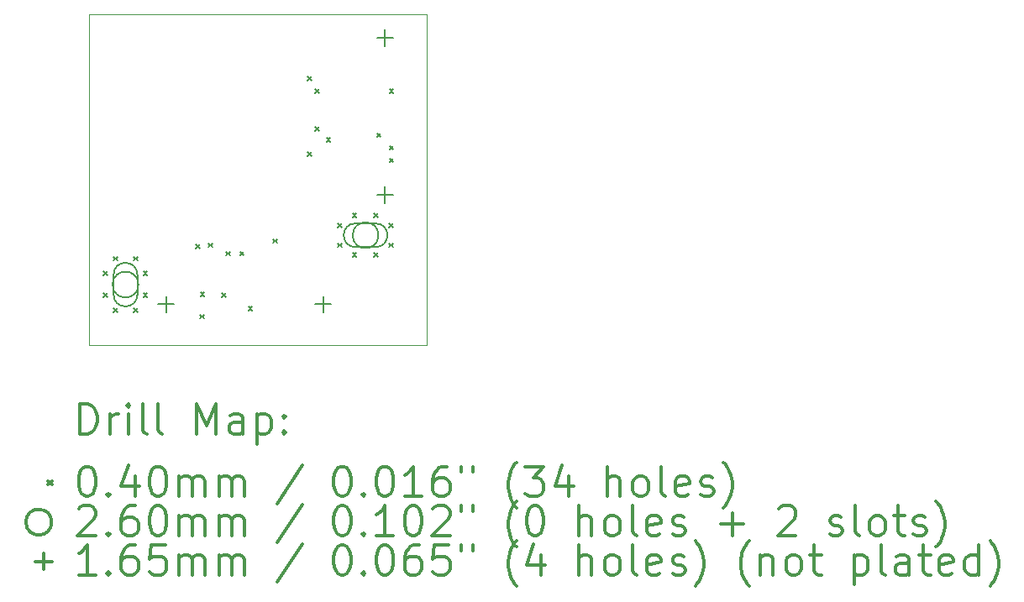
<source format=gbr>
%FSLAX45Y45*%
G04 Gerber Fmt 4.5, Leading zero omitted, Abs format (unit mm)*
G04 Created by KiCad (PCBNEW 5.1.5) date 2020-03-22 18:40:48*
%MOMM*%
%LPD*%
G04 APERTURE LIST*
%TA.AperFunction,Profile*%
%ADD10C,0.050000*%
%TD*%
%ADD11C,0.200000*%
%ADD12C,0.300000*%
G04 APERTURE END LIST*
D10*
X7400000Y-11800000D02*
X7400000Y-15135000D01*
X4000000Y-11800000D02*
X7400000Y-11800000D01*
X4000000Y-11800000D02*
X4000000Y-15135000D01*
X4000000Y-15135000D02*
X7400000Y-15135000D01*
D11*
X5077526Y-14117894D02*
X5117526Y-14157894D01*
X5117526Y-14117894D02*
X5077526Y-14157894D01*
X5116642Y-14827062D02*
X5156642Y-14867062D01*
X5156642Y-14827062D02*
X5116642Y-14867062D01*
X5123753Y-14604467D02*
X5163753Y-14644467D01*
X5163753Y-14604467D02*
X5123753Y-14644467D01*
X5202325Y-14106443D02*
X5242325Y-14146443D01*
X5242325Y-14106443D02*
X5202325Y-14146443D01*
X5337622Y-14612432D02*
X5377622Y-14652432D01*
X5377622Y-14612432D02*
X5337622Y-14652432D01*
X5383273Y-14192062D02*
X5423273Y-14232062D01*
X5423273Y-14192062D02*
X5383273Y-14232062D01*
X5521233Y-14192062D02*
X5561233Y-14232062D01*
X5561233Y-14192062D02*
X5521233Y-14232062D01*
X5605592Y-14748322D02*
X5645592Y-14788322D01*
X5645592Y-14748322D02*
X5605592Y-14788322D01*
X5853242Y-14065062D02*
X5893242Y-14105062D01*
X5893242Y-14065062D02*
X5853242Y-14105062D01*
X6203000Y-12426000D02*
X6243000Y-12466000D01*
X6243000Y-12426000D02*
X6203000Y-12466000D01*
X6203000Y-13188000D02*
X6243000Y-13228000D01*
X6243000Y-13188000D02*
X6203000Y-13228000D01*
X6280500Y-12553000D02*
X6320500Y-12593000D01*
X6320500Y-12553000D02*
X6280500Y-12593000D01*
X6280500Y-12934000D02*
X6320500Y-12974000D01*
X6320500Y-12934000D02*
X6280500Y-12974000D01*
X6393499Y-13046999D02*
X6433499Y-13086999D01*
X6433499Y-13046999D02*
X6393499Y-13086999D01*
X6901500Y-12997500D02*
X6941500Y-13037500D01*
X6941500Y-12997500D02*
X6901500Y-13037500D01*
X7028500Y-12553000D02*
X7068500Y-12593000D01*
X7068500Y-12553000D02*
X7028500Y-12593000D01*
X7028500Y-13124500D02*
X7068500Y-13164500D01*
X7068500Y-13124500D02*
X7028500Y-13164500D01*
X7028500Y-13251500D02*
X7068500Y-13291500D01*
X7068500Y-13251500D02*
X7028500Y-13291500D01*
X4147782Y-14392062D02*
X4187782Y-14432062D01*
X4187782Y-14392062D02*
X4147782Y-14432062D01*
X4147782Y-14612062D02*
X4187782Y-14652062D01*
X4187782Y-14612062D02*
X4147782Y-14652062D01*
X4247782Y-14242062D02*
X4287782Y-14282062D01*
X4287782Y-14242062D02*
X4247782Y-14282062D01*
X4247782Y-14762062D02*
X4287782Y-14802062D01*
X4287782Y-14762062D02*
X4247782Y-14802062D01*
X4447782Y-14242062D02*
X4487782Y-14282062D01*
X4487782Y-14242062D02*
X4447782Y-14282062D01*
X4447782Y-14762062D02*
X4487782Y-14802062D01*
X4487782Y-14762062D02*
X4447782Y-14802062D01*
X4547782Y-14392062D02*
X4587782Y-14432062D01*
X4587782Y-14392062D02*
X4547782Y-14432062D01*
X4547782Y-14612062D02*
X4587782Y-14652062D01*
X4587782Y-14612062D02*
X4547782Y-14652062D01*
X6505000Y-13907000D02*
X6545000Y-13947000D01*
X6545000Y-13907000D02*
X6505000Y-13947000D01*
X6505000Y-14107000D02*
X6545000Y-14147000D01*
X6545000Y-14107000D02*
X6505000Y-14147000D01*
X6655000Y-13807000D02*
X6695000Y-13847000D01*
X6695000Y-13807000D02*
X6655000Y-13847000D01*
X6655000Y-14207000D02*
X6695000Y-14247000D01*
X6695000Y-14207000D02*
X6655000Y-14247000D01*
X6875000Y-13807000D02*
X6915000Y-13847000D01*
X6915000Y-13807000D02*
X6875000Y-13847000D01*
X6875000Y-14207000D02*
X6915000Y-14247000D01*
X6915000Y-14207000D02*
X6875000Y-14247000D01*
X7025000Y-13907000D02*
X7065000Y-13947000D01*
X7065000Y-13907000D02*
X7025000Y-13947000D01*
X7025000Y-14107000D02*
X7065000Y-14147000D01*
X7065000Y-14107000D02*
X7025000Y-14147000D01*
X4497782Y-14524602D02*
G75*
G03X4497782Y-14524602I-130000J0D01*
G01*
X4247782Y-14424602D02*
X4247782Y-14624602D01*
X4487782Y-14424602D02*
X4487782Y-14624602D01*
X4247782Y-14624602D02*
G75*
G03X4487782Y-14624602I120000J0D01*
G01*
X4487782Y-14424602D02*
G75*
G03X4247782Y-14424602I-120000J0D01*
G01*
X6917540Y-14027000D02*
G75*
G03X6917540Y-14027000I-130000J0D01*
G01*
X6687540Y-14147000D02*
X6887540Y-14147000D01*
X6687540Y-13907000D02*
X6887540Y-13907000D01*
X6887540Y-14147000D02*
G75*
G03X6887540Y-13907000I0J120000D01*
G01*
X6687540Y-13907000D02*
G75*
G03X6687540Y-14147000I0J-120000D01*
G01*
X6985000Y-11952000D02*
X6985000Y-12117000D01*
X6902500Y-12034500D02*
X7067500Y-12034500D01*
X6985000Y-13537000D02*
X6985000Y-13702000D01*
X6902500Y-13619500D02*
X7067500Y-13619500D01*
X4775282Y-14639562D02*
X4775282Y-14804562D01*
X4692782Y-14722062D02*
X4857782Y-14722062D01*
X6360282Y-14639562D02*
X6360282Y-14804562D01*
X6277782Y-14722062D02*
X6442782Y-14722062D01*
D12*
X3910436Y-16029374D02*
X3910436Y-15729374D01*
X3981865Y-15729374D01*
X4024722Y-15743660D01*
X4053294Y-15772231D01*
X4067579Y-15800803D01*
X4081865Y-15857946D01*
X4081865Y-15900803D01*
X4067579Y-15957946D01*
X4053294Y-15986517D01*
X4024722Y-16015088D01*
X3981865Y-16029374D01*
X3910436Y-16029374D01*
X4210437Y-16029374D02*
X4210437Y-15829374D01*
X4210437Y-15886517D02*
X4224722Y-15857946D01*
X4239008Y-15843660D01*
X4267579Y-15829374D01*
X4296151Y-15829374D01*
X4396151Y-16029374D02*
X4396151Y-15829374D01*
X4396151Y-15729374D02*
X4381865Y-15743660D01*
X4396151Y-15757946D01*
X4410437Y-15743660D01*
X4396151Y-15729374D01*
X4396151Y-15757946D01*
X4581865Y-16029374D02*
X4553294Y-16015088D01*
X4539008Y-15986517D01*
X4539008Y-15729374D01*
X4739008Y-16029374D02*
X4710437Y-16015088D01*
X4696151Y-15986517D01*
X4696151Y-15729374D01*
X5081865Y-16029374D02*
X5081865Y-15729374D01*
X5181865Y-15943660D01*
X5281865Y-15729374D01*
X5281865Y-16029374D01*
X5553294Y-16029374D02*
X5553294Y-15872231D01*
X5539008Y-15843660D01*
X5510437Y-15829374D01*
X5453294Y-15829374D01*
X5424722Y-15843660D01*
X5553294Y-16015088D02*
X5524722Y-16029374D01*
X5453294Y-16029374D01*
X5424722Y-16015088D01*
X5410437Y-15986517D01*
X5410437Y-15957946D01*
X5424722Y-15929374D01*
X5453294Y-15915088D01*
X5524722Y-15915088D01*
X5553294Y-15900803D01*
X5696151Y-15829374D02*
X5696151Y-16129374D01*
X5696151Y-15843660D02*
X5724722Y-15829374D01*
X5781865Y-15829374D01*
X5810436Y-15843660D01*
X5824722Y-15857946D01*
X5839008Y-15886517D01*
X5839008Y-15972231D01*
X5824722Y-16000803D01*
X5810436Y-16015088D01*
X5781865Y-16029374D01*
X5724722Y-16029374D01*
X5696151Y-16015088D01*
X5967579Y-16000803D02*
X5981865Y-16015088D01*
X5967579Y-16029374D01*
X5953294Y-16015088D01*
X5967579Y-16000803D01*
X5967579Y-16029374D01*
X5967579Y-15843660D02*
X5981865Y-15857946D01*
X5967579Y-15872231D01*
X5953294Y-15857946D01*
X5967579Y-15843660D01*
X5967579Y-15872231D01*
X3584008Y-16503660D02*
X3624008Y-16543660D01*
X3624008Y-16503660D02*
X3584008Y-16543660D01*
X3967579Y-16359374D02*
X3996151Y-16359374D01*
X4024722Y-16373660D01*
X4039008Y-16387946D01*
X4053294Y-16416517D01*
X4067579Y-16473660D01*
X4067579Y-16545088D01*
X4053294Y-16602231D01*
X4039008Y-16630803D01*
X4024722Y-16645088D01*
X3996151Y-16659374D01*
X3967579Y-16659374D01*
X3939008Y-16645088D01*
X3924722Y-16630803D01*
X3910436Y-16602231D01*
X3896151Y-16545088D01*
X3896151Y-16473660D01*
X3910436Y-16416517D01*
X3924722Y-16387946D01*
X3939008Y-16373660D01*
X3967579Y-16359374D01*
X4196151Y-16630803D02*
X4210437Y-16645088D01*
X4196151Y-16659374D01*
X4181865Y-16645088D01*
X4196151Y-16630803D01*
X4196151Y-16659374D01*
X4467579Y-16459374D02*
X4467579Y-16659374D01*
X4396151Y-16345088D02*
X4324722Y-16559374D01*
X4510437Y-16559374D01*
X4681865Y-16359374D02*
X4710437Y-16359374D01*
X4739008Y-16373660D01*
X4753294Y-16387946D01*
X4767579Y-16416517D01*
X4781865Y-16473660D01*
X4781865Y-16545088D01*
X4767579Y-16602231D01*
X4753294Y-16630803D01*
X4739008Y-16645088D01*
X4710437Y-16659374D01*
X4681865Y-16659374D01*
X4653294Y-16645088D01*
X4639008Y-16630803D01*
X4624722Y-16602231D01*
X4610437Y-16545088D01*
X4610437Y-16473660D01*
X4624722Y-16416517D01*
X4639008Y-16387946D01*
X4653294Y-16373660D01*
X4681865Y-16359374D01*
X4910437Y-16659374D02*
X4910437Y-16459374D01*
X4910437Y-16487946D02*
X4924722Y-16473660D01*
X4953294Y-16459374D01*
X4996151Y-16459374D01*
X5024722Y-16473660D01*
X5039008Y-16502231D01*
X5039008Y-16659374D01*
X5039008Y-16502231D02*
X5053294Y-16473660D01*
X5081865Y-16459374D01*
X5124722Y-16459374D01*
X5153294Y-16473660D01*
X5167579Y-16502231D01*
X5167579Y-16659374D01*
X5310437Y-16659374D02*
X5310437Y-16459374D01*
X5310437Y-16487946D02*
X5324722Y-16473660D01*
X5353294Y-16459374D01*
X5396151Y-16459374D01*
X5424722Y-16473660D01*
X5439008Y-16502231D01*
X5439008Y-16659374D01*
X5439008Y-16502231D02*
X5453294Y-16473660D01*
X5481865Y-16459374D01*
X5524722Y-16459374D01*
X5553294Y-16473660D01*
X5567579Y-16502231D01*
X5567579Y-16659374D01*
X6153294Y-16345088D02*
X5896151Y-16730803D01*
X6539008Y-16359374D02*
X6567579Y-16359374D01*
X6596151Y-16373660D01*
X6610436Y-16387946D01*
X6624722Y-16416517D01*
X6639008Y-16473660D01*
X6639008Y-16545088D01*
X6624722Y-16602231D01*
X6610436Y-16630803D01*
X6596151Y-16645088D01*
X6567579Y-16659374D01*
X6539008Y-16659374D01*
X6510436Y-16645088D01*
X6496151Y-16630803D01*
X6481865Y-16602231D01*
X6467579Y-16545088D01*
X6467579Y-16473660D01*
X6481865Y-16416517D01*
X6496151Y-16387946D01*
X6510436Y-16373660D01*
X6539008Y-16359374D01*
X6767579Y-16630803D02*
X6781865Y-16645088D01*
X6767579Y-16659374D01*
X6753294Y-16645088D01*
X6767579Y-16630803D01*
X6767579Y-16659374D01*
X6967579Y-16359374D02*
X6996151Y-16359374D01*
X7024722Y-16373660D01*
X7039008Y-16387946D01*
X7053294Y-16416517D01*
X7067579Y-16473660D01*
X7067579Y-16545088D01*
X7053294Y-16602231D01*
X7039008Y-16630803D01*
X7024722Y-16645088D01*
X6996151Y-16659374D01*
X6967579Y-16659374D01*
X6939008Y-16645088D01*
X6924722Y-16630803D01*
X6910436Y-16602231D01*
X6896151Y-16545088D01*
X6896151Y-16473660D01*
X6910436Y-16416517D01*
X6924722Y-16387946D01*
X6939008Y-16373660D01*
X6967579Y-16359374D01*
X7353294Y-16659374D02*
X7181865Y-16659374D01*
X7267579Y-16659374D02*
X7267579Y-16359374D01*
X7239008Y-16402231D01*
X7210436Y-16430803D01*
X7181865Y-16445088D01*
X7610436Y-16359374D02*
X7553294Y-16359374D01*
X7524722Y-16373660D01*
X7510436Y-16387946D01*
X7481865Y-16430803D01*
X7467579Y-16487946D01*
X7467579Y-16602231D01*
X7481865Y-16630803D01*
X7496151Y-16645088D01*
X7524722Y-16659374D01*
X7581865Y-16659374D01*
X7610436Y-16645088D01*
X7624722Y-16630803D01*
X7639008Y-16602231D01*
X7639008Y-16530803D01*
X7624722Y-16502231D01*
X7610436Y-16487946D01*
X7581865Y-16473660D01*
X7524722Y-16473660D01*
X7496151Y-16487946D01*
X7481865Y-16502231D01*
X7467579Y-16530803D01*
X7753294Y-16359374D02*
X7753294Y-16416517D01*
X7867579Y-16359374D02*
X7867579Y-16416517D01*
X8310436Y-16773660D02*
X8296151Y-16759374D01*
X8267579Y-16716517D01*
X8253294Y-16687946D01*
X8239008Y-16645088D01*
X8224722Y-16573660D01*
X8224722Y-16516517D01*
X8239008Y-16445088D01*
X8253294Y-16402231D01*
X8267579Y-16373660D01*
X8296151Y-16330803D01*
X8310436Y-16316517D01*
X8396151Y-16359374D02*
X8581865Y-16359374D01*
X8481865Y-16473660D01*
X8524722Y-16473660D01*
X8553294Y-16487946D01*
X8567579Y-16502231D01*
X8581865Y-16530803D01*
X8581865Y-16602231D01*
X8567579Y-16630803D01*
X8553294Y-16645088D01*
X8524722Y-16659374D01*
X8439008Y-16659374D01*
X8410437Y-16645088D01*
X8396151Y-16630803D01*
X8839008Y-16459374D02*
X8839008Y-16659374D01*
X8767579Y-16345088D02*
X8696151Y-16559374D01*
X8881865Y-16559374D01*
X9224722Y-16659374D02*
X9224722Y-16359374D01*
X9353294Y-16659374D02*
X9353294Y-16502231D01*
X9339008Y-16473660D01*
X9310437Y-16459374D01*
X9267579Y-16459374D01*
X9239008Y-16473660D01*
X9224722Y-16487946D01*
X9539008Y-16659374D02*
X9510437Y-16645088D01*
X9496151Y-16630803D01*
X9481865Y-16602231D01*
X9481865Y-16516517D01*
X9496151Y-16487946D01*
X9510437Y-16473660D01*
X9539008Y-16459374D01*
X9581865Y-16459374D01*
X9610437Y-16473660D01*
X9624722Y-16487946D01*
X9639008Y-16516517D01*
X9639008Y-16602231D01*
X9624722Y-16630803D01*
X9610437Y-16645088D01*
X9581865Y-16659374D01*
X9539008Y-16659374D01*
X9810437Y-16659374D02*
X9781865Y-16645088D01*
X9767579Y-16616517D01*
X9767579Y-16359374D01*
X10039008Y-16645088D02*
X10010437Y-16659374D01*
X9953294Y-16659374D01*
X9924722Y-16645088D01*
X9910437Y-16616517D01*
X9910437Y-16502231D01*
X9924722Y-16473660D01*
X9953294Y-16459374D01*
X10010437Y-16459374D01*
X10039008Y-16473660D01*
X10053294Y-16502231D01*
X10053294Y-16530803D01*
X9910437Y-16559374D01*
X10167579Y-16645088D02*
X10196151Y-16659374D01*
X10253294Y-16659374D01*
X10281865Y-16645088D01*
X10296151Y-16616517D01*
X10296151Y-16602231D01*
X10281865Y-16573660D01*
X10253294Y-16559374D01*
X10210437Y-16559374D01*
X10181865Y-16545088D01*
X10167579Y-16516517D01*
X10167579Y-16502231D01*
X10181865Y-16473660D01*
X10210437Y-16459374D01*
X10253294Y-16459374D01*
X10281865Y-16473660D01*
X10396151Y-16773660D02*
X10410437Y-16759374D01*
X10439008Y-16716517D01*
X10453294Y-16687946D01*
X10467579Y-16645088D01*
X10481865Y-16573660D01*
X10481865Y-16516517D01*
X10467579Y-16445088D01*
X10453294Y-16402231D01*
X10439008Y-16373660D01*
X10410437Y-16330803D01*
X10396151Y-16316517D01*
X3624008Y-16919660D02*
G75*
G03X3624008Y-16919660I-130000J0D01*
G01*
X3896151Y-16783946D02*
X3910436Y-16769660D01*
X3939008Y-16755374D01*
X4010436Y-16755374D01*
X4039008Y-16769660D01*
X4053294Y-16783946D01*
X4067579Y-16812517D01*
X4067579Y-16841089D01*
X4053294Y-16883946D01*
X3881865Y-17055374D01*
X4067579Y-17055374D01*
X4196151Y-17026803D02*
X4210437Y-17041089D01*
X4196151Y-17055374D01*
X4181865Y-17041089D01*
X4196151Y-17026803D01*
X4196151Y-17055374D01*
X4467579Y-16755374D02*
X4410437Y-16755374D01*
X4381865Y-16769660D01*
X4367579Y-16783946D01*
X4339008Y-16826803D01*
X4324722Y-16883946D01*
X4324722Y-16998231D01*
X4339008Y-17026803D01*
X4353294Y-17041089D01*
X4381865Y-17055374D01*
X4439008Y-17055374D01*
X4467579Y-17041089D01*
X4481865Y-17026803D01*
X4496151Y-16998231D01*
X4496151Y-16926803D01*
X4481865Y-16898231D01*
X4467579Y-16883946D01*
X4439008Y-16869660D01*
X4381865Y-16869660D01*
X4353294Y-16883946D01*
X4339008Y-16898231D01*
X4324722Y-16926803D01*
X4681865Y-16755374D02*
X4710437Y-16755374D01*
X4739008Y-16769660D01*
X4753294Y-16783946D01*
X4767579Y-16812517D01*
X4781865Y-16869660D01*
X4781865Y-16941089D01*
X4767579Y-16998231D01*
X4753294Y-17026803D01*
X4739008Y-17041089D01*
X4710437Y-17055374D01*
X4681865Y-17055374D01*
X4653294Y-17041089D01*
X4639008Y-17026803D01*
X4624722Y-16998231D01*
X4610437Y-16941089D01*
X4610437Y-16869660D01*
X4624722Y-16812517D01*
X4639008Y-16783946D01*
X4653294Y-16769660D01*
X4681865Y-16755374D01*
X4910437Y-17055374D02*
X4910437Y-16855374D01*
X4910437Y-16883946D02*
X4924722Y-16869660D01*
X4953294Y-16855374D01*
X4996151Y-16855374D01*
X5024722Y-16869660D01*
X5039008Y-16898231D01*
X5039008Y-17055374D01*
X5039008Y-16898231D02*
X5053294Y-16869660D01*
X5081865Y-16855374D01*
X5124722Y-16855374D01*
X5153294Y-16869660D01*
X5167579Y-16898231D01*
X5167579Y-17055374D01*
X5310437Y-17055374D02*
X5310437Y-16855374D01*
X5310437Y-16883946D02*
X5324722Y-16869660D01*
X5353294Y-16855374D01*
X5396151Y-16855374D01*
X5424722Y-16869660D01*
X5439008Y-16898231D01*
X5439008Y-17055374D01*
X5439008Y-16898231D02*
X5453294Y-16869660D01*
X5481865Y-16855374D01*
X5524722Y-16855374D01*
X5553294Y-16869660D01*
X5567579Y-16898231D01*
X5567579Y-17055374D01*
X6153294Y-16741088D02*
X5896151Y-17126803D01*
X6539008Y-16755374D02*
X6567579Y-16755374D01*
X6596151Y-16769660D01*
X6610436Y-16783946D01*
X6624722Y-16812517D01*
X6639008Y-16869660D01*
X6639008Y-16941089D01*
X6624722Y-16998231D01*
X6610436Y-17026803D01*
X6596151Y-17041089D01*
X6567579Y-17055374D01*
X6539008Y-17055374D01*
X6510436Y-17041089D01*
X6496151Y-17026803D01*
X6481865Y-16998231D01*
X6467579Y-16941089D01*
X6467579Y-16869660D01*
X6481865Y-16812517D01*
X6496151Y-16783946D01*
X6510436Y-16769660D01*
X6539008Y-16755374D01*
X6767579Y-17026803D02*
X6781865Y-17041089D01*
X6767579Y-17055374D01*
X6753294Y-17041089D01*
X6767579Y-17026803D01*
X6767579Y-17055374D01*
X7067579Y-17055374D02*
X6896151Y-17055374D01*
X6981865Y-17055374D02*
X6981865Y-16755374D01*
X6953294Y-16798231D01*
X6924722Y-16826803D01*
X6896151Y-16841089D01*
X7253294Y-16755374D02*
X7281865Y-16755374D01*
X7310436Y-16769660D01*
X7324722Y-16783946D01*
X7339008Y-16812517D01*
X7353294Y-16869660D01*
X7353294Y-16941089D01*
X7339008Y-16998231D01*
X7324722Y-17026803D01*
X7310436Y-17041089D01*
X7281865Y-17055374D01*
X7253294Y-17055374D01*
X7224722Y-17041089D01*
X7210436Y-17026803D01*
X7196151Y-16998231D01*
X7181865Y-16941089D01*
X7181865Y-16869660D01*
X7196151Y-16812517D01*
X7210436Y-16783946D01*
X7224722Y-16769660D01*
X7253294Y-16755374D01*
X7467579Y-16783946D02*
X7481865Y-16769660D01*
X7510436Y-16755374D01*
X7581865Y-16755374D01*
X7610436Y-16769660D01*
X7624722Y-16783946D01*
X7639008Y-16812517D01*
X7639008Y-16841089D01*
X7624722Y-16883946D01*
X7453294Y-17055374D01*
X7639008Y-17055374D01*
X7753294Y-16755374D02*
X7753294Y-16812517D01*
X7867579Y-16755374D02*
X7867579Y-16812517D01*
X8310436Y-17169660D02*
X8296151Y-17155374D01*
X8267579Y-17112517D01*
X8253294Y-17083946D01*
X8239008Y-17041089D01*
X8224722Y-16969660D01*
X8224722Y-16912517D01*
X8239008Y-16841089D01*
X8253294Y-16798231D01*
X8267579Y-16769660D01*
X8296151Y-16726803D01*
X8310436Y-16712517D01*
X8481865Y-16755374D02*
X8510437Y-16755374D01*
X8539008Y-16769660D01*
X8553294Y-16783946D01*
X8567579Y-16812517D01*
X8581865Y-16869660D01*
X8581865Y-16941089D01*
X8567579Y-16998231D01*
X8553294Y-17026803D01*
X8539008Y-17041089D01*
X8510437Y-17055374D01*
X8481865Y-17055374D01*
X8453294Y-17041089D01*
X8439008Y-17026803D01*
X8424722Y-16998231D01*
X8410437Y-16941089D01*
X8410437Y-16869660D01*
X8424722Y-16812517D01*
X8439008Y-16783946D01*
X8453294Y-16769660D01*
X8481865Y-16755374D01*
X8939008Y-17055374D02*
X8939008Y-16755374D01*
X9067579Y-17055374D02*
X9067579Y-16898231D01*
X9053294Y-16869660D01*
X9024722Y-16855374D01*
X8981865Y-16855374D01*
X8953294Y-16869660D01*
X8939008Y-16883946D01*
X9253294Y-17055374D02*
X9224722Y-17041089D01*
X9210437Y-17026803D01*
X9196151Y-16998231D01*
X9196151Y-16912517D01*
X9210437Y-16883946D01*
X9224722Y-16869660D01*
X9253294Y-16855374D01*
X9296151Y-16855374D01*
X9324722Y-16869660D01*
X9339008Y-16883946D01*
X9353294Y-16912517D01*
X9353294Y-16998231D01*
X9339008Y-17026803D01*
X9324722Y-17041089D01*
X9296151Y-17055374D01*
X9253294Y-17055374D01*
X9524722Y-17055374D02*
X9496151Y-17041089D01*
X9481865Y-17012517D01*
X9481865Y-16755374D01*
X9753294Y-17041089D02*
X9724722Y-17055374D01*
X9667579Y-17055374D01*
X9639008Y-17041089D01*
X9624722Y-17012517D01*
X9624722Y-16898231D01*
X9639008Y-16869660D01*
X9667579Y-16855374D01*
X9724722Y-16855374D01*
X9753294Y-16869660D01*
X9767579Y-16898231D01*
X9767579Y-16926803D01*
X9624722Y-16955374D01*
X9881865Y-17041089D02*
X9910437Y-17055374D01*
X9967579Y-17055374D01*
X9996151Y-17041089D01*
X10010437Y-17012517D01*
X10010437Y-16998231D01*
X9996151Y-16969660D01*
X9967579Y-16955374D01*
X9924722Y-16955374D01*
X9896151Y-16941089D01*
X9881865Y-16912517D01*
X9881865Y-16898231D01*
X9896151Y-16869660D01*
X9924722Y-16855374D01*
X9967579Y-16855374D01*
X9996151Y-16869660D01*
X10367579Y-16941089D02*
X10596151Y-16941089D01*
X10481865Y-17055374D02*
X10481865Y-16826803D01*
X10953294Y-16783946D02*
X10967579Y-16769660D01*
X10996151Y-16755374D01*
X11067579Y-16755374D01*
X11096151Y-16769660D01*
X11110437Y-16783946D01*
X11124722Y-16812517D01*
X11124722Y-16841089D01*
X11110437Y-16883946D01*
X10939008Y-17055374D01*
X11124722Y-17055374D01*
X11467579Y-17041089D02*
X11496151Y-17055374D01*
X11553294Y-17055374D01*
X11581865Y-17041089D01*
X11596151Y-17012517D01*
X11596151Y-16998231D01*
X11581865Y-16969660D01*
X11553294Y-16955374D01*
X11510436Y-16955374D01*
X11481865Y-16941089D01*
X11467579Y-16912517D01*
X11467579Y-16898231D01*
X11481865Y-16869660D01*
X11510436Y-16855374D01*
X11553294Y-16855374D01*
X11581865Y-16869660D01*
X11767579Y-17055374D02*
X11739008Y-17041089D01*
X11724722Y-17012517D01*
X11724722Y-16755374D01*
X11924722Y-17055374D02*
X11896151Y-17041089D01*
X11881865Y-17026803D01*
X11867579Y-16998231D01*
X11867579Y-16912517D01*
X11881865Y-16883946D01*
X11896151Y-16869660D01*
X11924722Y-16855374D01*
X11967579Y-16855374D01*
X11996151Y-16869660D01*
X12010436Y-16883946D01*
X12024722Y-16912517D01*
X12024722Y-16998231D01*
X12010436Y-17026803D01*
X11996151Y-17041089D01*
X11967579Y-17055374D01*
X11924722Y-17055374D01*
X12110436Y-16855374D02*
X12224722Y-16855374D01*
X12153294Y-16755374D02*
X12153294Y-17012517D01*
X12167579Y-17041089D01*
X12196151Y-17055374D01*
X12224722Y-17055374D01*
X12310436Y-17041089D02*
X12339008Y-17055374D01*
X12396151Y-17055374D01*
X12424722Y-17041089D01*
X12439008Y-17012517D01*
X12439008Y-16998231D01*
X12424722Y-16969660D01*
X12396151Y-16955374D01*
X12353294Y-16955374D01*
X12324722Y-16941089D01*
X12310436Y-16912517D01*
X12310436Y-16898231D01*
X12324722Y-16869660D01*
X12353294Y-16855374D01*
X12396151Y-16855374D01*
X12424722Y-16869660D01*
X12539008Y-17169660D02*
X12553294Y-17155374D01*
X12581865Y-17112517D01*
X12596151Y-17083946D01*
X12610436Y-17041089D01*
X12624722Y-16969660D01*
X12624722Y-16912517D01*
X12610436Y-16841089D01*
X12596151Y-16798231D01*
X12581865Y-16769660D01*
X12553294Y-16726803D01*
X12539008Y-16712517D01*
X3541508Y-17233160D02*
X3541508Y-17398160D01*
X3459008Y-17315660D02*
X3624008Y-17315660D01*
X4067579Y-17451374D02*
X3896151Y-17451374D01*
X3981865Y-17451374D02*
X3981865Y-17151374D01*
X3953294Y-17194231D01*
X3924722Y-17222803D01*
X3896151Y-17237089D01*
X4196151Y-17422803D02*
X4210437Y-17437089D01*
X4196151Y-17451374D01*
X4181865Y-17437089D01*
X4196151Y-17422803D01*
X4196151Y-17451374D01*
X4467579Y-17151374D02*
X4410437Y-17151374D01*
X4381865Y-17165660D01*
X4367579Y-17179946D01*
X4339008Y-17222803D01*
X4324722Y-17279946D01*
X4324722Y-17394231D01*
X4339008Y-17422803D01*
X4353294Y-17437089D01*
X4381865Y-17451374D01*
X4439008Y-17451374D01*
X4467579Y-17437089D01*
X4481865Y-17422803D01*
X4496151Y-17394231D01*
X4496151Y-17322803D01*
X4481865Y-17294231D01*
X4467579Y-17279946D01*
X4439008Y-17265660D01*
X4381865Y-17265660D01*
X4353294Y-17279946D01*
X4339008Y-17294231D01*
X4324722Y-17322803D01*
X4767579Y-17151374D02*
X4624722Y-17151374D01*
X4610437Y-17294231D01*
X4624722Y-17279946D01*
X4653294Y-17265660D01*
X4724722Y-17265660D01*
X4753294Y-17279946D01*
X4767579Y-17294231D01*
X4781865Y-17322803D01*
X4781865Y-17394231D01*
X4767579Y-17422803D01*
X4753294Y-17437089D01*
X4724722Y-17451374D01*
X4653294Y-17451374D01*
X4624722Y-17437089D01*
X4610437Y-17422803D01*
X4910437Y-17451374D02*
X4910437Y-17251374D01*
X4910437Y-17279946D02*
X4924722Y-17265660D01*
X4953294Y-17251374D01*
X4996151Y-17251374D01*
X5024722Y-17265660D01*
X5039008Y-17294231D01*
X5039008Y-17451374D01*
X5039008Y-17294231D02*
X5053294Y-17265660D01*
X5081865Y-17251374D01*
X5124722Y-17251374D01*
X5153294Y-17265660D01*
X5167579Y-17294231D01*
X5167579Y-17451374D01*
X5310437Y-17451374D02*
X5310437Y-17251374D01*
X5310437Y-17279946D02*
X5324722Y-17265660D01*
X5353294Y-17251374D01*
X5396151Y-17251374D01*
X5424722Y-17265660D01*
X5439008Y-17294231D01*
X5439008Y-17451374D01*
X5439008Y-17294231D02*
X5453294Y-17265660D01*
X5481865Y-17251374D01*
X5524722Y-17251374D01*
X5553294Y-17265660D01*
X5567579Y-17294231D01*
X5567579Y-17451374D01*
X6153294Y-17137089D02*
X5896151Y-17522803D01*
X6539008Y-17151374D02*
X6567579Y-17151374D01*
X6596151Y-17165660D01*
X6610436Y-17179946D01*
X6624722Y-17208517D01*
X6639008Y-17265660D01*
X6639008Y-17337089D01*
X6624722Y-17394231D01*
X6610436Y-17422803D01*
X6596151Y-17437089D01*
X6567579Y-17451374D01*
X6539008Y-17451374D01*
X6510436Y-17437089D01*
X6496151Y-17422803D01*
X6481865Y-17394231D01*
X6467579Y-17337089D01*
X6467579Y-17265660D01*
X6481865Y-17208517D01*
X6496151Y-17179946D01*
X6510436Y-17165660D01*
X6539008Y-17151374D01*
X6767579Y-17422803D02*
X6781865Y-17437089D01*
X6767579Y-17451374D01*
X6753294Y-17437089D01*
X6767579Y-17422803D01*
X6767579Y-17451374D01*
X6967579Y-17151374D02*
X6996151Y-17151374D01*
X7024722Y-17165660D01*
X7039008Y-17179946D01*
X7053294Y-17208517D01*
X7067579Y-17265660D01*
X7067579Y-17337089D01*
X7053294Y-17394231D01*
X7039008Y-17422803D01*
X7024722Y-17437089D01*
X6996151Y-17451374D01*
X6967579Y-17451374D01*
X6939008Y-17437089D01*
X6924722Y-17422803D01*
X6910436Y-17394231D01*
X6896151Y-17337089D01*
X6896151Y-17265660D01*
X6910436Y-17208517D01*
X6924722Y-17179946D01*
X6939008Y-17165660D01*
X6967579Y-17151374D01*
X7324722Y-17151374D02*
X7267579Y-17151374D01*
X7239008Y-17165660D01*
X7224722Y-17179946D01*
X7196151Y-17222803D01*
X7181865Y-17279946D01*
X7181865Y-17394231D01*
X7196151Y-17422803D01*
X7210436Y-17437089D01*
X7239008Y-17451374D01*
X7296151Y-17451374D01*
X7324722Y-17437089D01*
X7339008Y-17422803D01*
X7353294Y-17394231D01*
X7353294Y-17322803D01*
X7339008Y-17294231D01*
X7324722Y-17279946D01*
X7296151Y-17265660D01*
X7239008Y-17265660D01*
X7210436Y-17279946D01*
X7196151Y-17294231D01*
X7181865Y-17322803D01*
X7624722Y-17151374D02*
X7481865Y-17151374D01*
X7467579Y-17294231D01*
X7481865Y-17279946D01*
X7510436Y-17265660D01*
X7581865Y-17265660D01*
X7610436Y-17279946D01*
X7624722Y-17294231D01*
X7639008Y-17322803D01*
X7639008Y-17394231D01*
X7624722Y-17422803D01*
X7610436Y-17437089D01*
X7581865Y-17451374D01*
X7510436Y-17451374D01*
X7481865Y-17437089D01*
X7467579Y-17422803D01*
X7753294Y-17151374D02*
X7753294Y-17208517D01*
X7867579Y-17151374D02*
X7867579Y-17208517D01*
X8310436Y-17565660D02*
X8296151Y-17551374D01*
X8267579Y-17508517D01*
X8253294Y-17479946D01*
X8239008Y-17437089D01*
X8224722Y-17365660D01*
X8224722Y-17308517D01*
X8239008Y-17237089D01*
X8253294Y-17194231D01*
X8267579Y-17165660D01*
X8296151Y-17122803D01*
X8310436Y-17108517D01*
X8553294Y-17251374D02*
X8553294Y-17451374D01*
X8481865Y-17137089D02*
X8410437Y-17351374D01*
X8596151Y-17351374D01*
X8939008Y-17451374D02*
X8939008Y-17151374D01*
X9067579Y-17451374D02*
X9067579Y-17294231D01*
X9053294Y-17265660D01*
X9024722Y-17251374D01*
X8981865Y-17251374D01*
X8953294Y-17265660D01*
X8939008Y-17279946D01*
X9253294Y-17451374D02*
X9224722Y-17437089D01*
X9210437Y-17422803D01*
X9196151Y-17394231D01*
X9196151Y-17308517D01*
X9210437Y-17279946D01*
X9224722Y-17265660D01*
X9253294Y-17251374D01*
X9296151Y-17251374D01*
X9324722Y-17265660D01*
X9339008Y-17279946D01*
X9353294Y-17308517D01*
X9353294Y-17394231D01*
X9339008Y-17422803D01*
X9324722Y-17437089D01*
X9296151Y-17451374D01*
X9253294Y-17451374D01*
X9524722Y-17451374D02*
X9496151Y-17437089D01*
X9481865Y-17408517D01*
X9481865Y-17151374D01*
X9753294Y-17437089D02*
X9724722Y-17451374D01*
X9667579Y-17451374D01*
X9639008Y-17437089D01*
X9624722Y-17408517D01*
X9624722Y-17294231D01*
X9639008Y-17265660D01*
X9667579Y-17251374D01*
X9724722Y-17251374D01*
X9753294Y-17265660D01*
X9767579Y-17294231D01*
X9767579Y-17322803D01*
X9624722Y-17351374D01*
X9881865Y-17437089D02*
X9910437Y-17451374D01*
X9967579Y-17451374D01*
X9996151Y-17437089D01*
X10010437Y-17408517D01*
X10010437Y-17394231D01*
X9996151Y-17365660D01*
X9967579Y-17351374D01*
X9924722Y-17351374D01*
X9896151Y-17337089D01*
X9881865Y-17308517D01*
X9881865Y-17294231D01*
X9896151Y-17265660D01*
X9924722Y-17251374D01*
X9967579Y-17251374D01*
X9996151Y-17265660D01*
X10110437Y-17565660D02*
X10124722Y-17551374D01*
X10153294Y-17508517D01*
X10167579Y-17479946D01*
X10181865Y-17437089D01*
X10196151Y-17365660D01*
X10196151Y-17308517D01*
X10181865Y-17237089D01*
X10167579Y-17194231D01*
X10153294Y-17165660D01*
X10124722Y-17122803D01*
X10110437Y-17108517D01*
X10653294Y-17565660D02*
X10639008Y-17551374D01*
X10610437Y-17508517D01*
X10596151Y-17479946D01*
X10581865Y-17437089D01*
X10567579Y-17365660D01*
X10567579Y-17308517D01*
X10581865Y-17237089D01*
X10596151Y-17194231D01*
X10610437Y-17165660D01*
X10639008Y-17122803D01*
X10653294Y-17108517D01*
X10767579Y-17251374D02*
X10767579Y-17451374D01*
X10767579Y-17279946D02*
X10781865Y-17265660D01*
X10810437Y-17251374D01*
X10853294Y-17251374D01*
X10881865Y-17265660D01*
X10896151Y-17294231D01*
X10896151Y-17451374D01*
X11081865Y-17451374D02*
X11053294Y-17437089D01*
X11039008Y-17422803D01*
X11024722Y-17394231D01*
X11024722Y-17308517D01*
X11039008Y-17279946D01*
X11053294Y-17265660D01*
X11081865Y-17251374D01*
X11124722Y-17251374D01*
X11153294Y-17265660D01*
X11167579Y-17279946D01*
X11181865Y-17308517D01*
X11181865Y-17394231D01*
X11167579Y-17422803D01*
X11153294Y-17437089D01*
X11124722Y-17451374D01*
X11081865Y-17451374D01*
X11267579Y-17251374D02*
X11381865Y-17251374D01*
X11310436Y-17151374D02*
X11310436Y-17408517D01*
X11324722Y-17437089D01*
X11353294Y-17451374D01*
X11381865Y-17451374D01*
X11710436Y-17251374D02*
X11710436Y-17551374D01*
X11710436Y-17265660D02*
X11739008Y-17251374D01*
X11796151Y-17251374D01*
X11824722Y-17265660D01*
X11839008Y-17279946D01*
X11853294Y-17308517D01*
X11853294Y-17394231D01*
X11839008Y-17422803D01*
X11824722Y-17437089D01*
X11796151Y-17451374D01*
X11739008Y-17451374D01*
X11710436Y-17437089D01*
X12024722Y-17451374D02*
X11996151Y-17437089D01*
X11981865Y-17408517D01*
X11981865Y-17151374D01*
X12267579Y-17451374D02*
X12267579Y-17294231D01*
X12253294Y-17265660D01*
X12224722Y-17251374D01*
X12167579Y-17251374D01*
X12139008Y-17265660D01*
X12267579Y-17437089D02*
X12239008Y-17451374D01*
X12167579Y-17451374D01*
X12139008Y-17437089D01*
X12124722Y-17408517D01*
X12124722Y-17379946D01*
X12139008Y-17351374D01*
X12167579Y-17337089D01*
X12239008Y-17337089D01*
X12267579Y-17322803D01*
X12367579Y-17251374D02*
X12481865Y-17251374D01*
X12410436Y-17151374D02*
X12410436Y-17408517D01*
X12424722Y-17437089D01*
X12453294Y-17451374D01*
X12481865Y-17451374D01*
X12696151Y-17437089D02*
X12667579Y-17451374D01*
X12610436Y-17451374D01*
X12581865Y-17437089D01*
X12567579Y-17408517D01*
X12567579Y-17294231D01*
X12581865Y-17265660D01*
X12610436Y-17251374D01*
X12667579Y-17251374D01*
X12696151Y-17265660D01*
X12710436Y-17294231D01*
X12710436Y-17322803D01*
X12567579Y-17351374D01*
X12967579Y-17451374D02*
X12967579Y-17151374D01*
X12967579Y-17437089D02*
X12939008Y-17451374D01*
X12881865Y-17451374D01*
X12853294Y-17437089D01*
X12839008Y-17422803D01*
X12824722Y-17394231D01*
X12824722Y-17308517D01*
X12839008Y-17279946D01*
X12853294Y-17265660D01*
X12881865Y-17251374D01*
X12939008Y-17251374D01*
X12967579Y-17265660D01*
X13081865Y-17565660D02*
X13096151Y-17551374D01*
X13124722Y-17508517D01*
X13139008Y-17479946D01*
X13153294Y-17437089D01*
X13167579Y-17365660D01*
X13167579Y-17308517D01*
X13153294Y-17237089D01*
X13139008Y-17194231D01*
X13124722Y-17165660D01*
X13096151Y-17122803D01*
X13081865Y-17108517D01*
M02*

</source>
